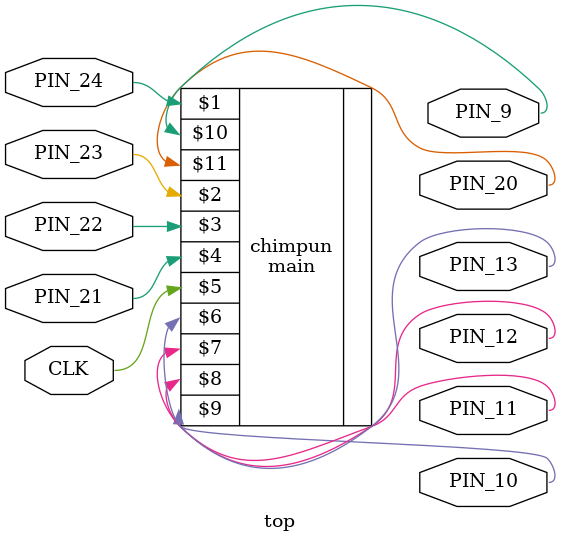
<source format=v>
module top ( input PIN_24,input PIN_23,input PIN_22,input PIN_21,
             input CLK,
             output PIN_13, output PIN_12, output PIN_11, output PIN_10, output PIN_9, output PIN_20);
    main chimpun (PIN_24, PIN_23, PIN_22, PIN_21, CLK, PIN_13, PIN_12, PIN_11, PIN_10, PIN_9, PIN_20);
endmodule


</source>
